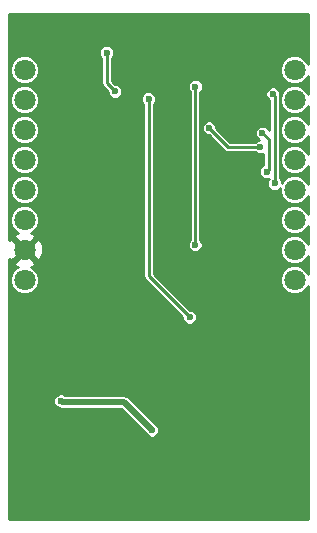
<source format=gbl>
G04 #@! TF.FileFunction,Copper,L4,Bot,Signal*
%FSLAX46Y46*%
G04 Gerber Fmt 4.6, Leading zero omitted, Abs format (unit mm)*
G04 Created by KiCad (PCBNEW 4.0.6) date Tuesday, October 17, 2017 'PMt' 10:40:20 PM*
%MOMM*%
%LPD*%
G01*
G04 APERTURE LIST*
%ADD10C,0.100000*%
%ADD11C,1.800000*%
%ADD12C,0.600000*%
%ADD13C,0.250000*%
%ADD14C,0.500000*%
%ADD15C,0.254000*%
G04 APERTURE END LIST*
D10*
D11*
X151927694Y-116227500D03*
X151927694Y-118767500D03*
X151927694Y-121307500D03*
X151927694Y-123847500D03*
X151927694Y-126387500D03*
X151927694Y-128927500D03*
X151927694Y-131467500D03*
X151927694Y-134007500D03*
X174787694Y-134007500D03*
X174787694Y-131467500D03*
X174787694Y-128927500D03*
X174787694Y-126387500D03*
X174787694Y-123847500D03*
X174787694Y-121307500D03*
X174787694Y-118767500D03*
X174787694Y-116227500D03*
D12*
X162420300Y-118681500D03*
X165887400Y-137172700D03*
X158864300Y-114769900D03*
X159575500Y-118059200D03*
X166357300Y-131038600D03*
X166382700Y-117652800D03*
X171881800Y-122770900D03*
X167525700Y-121145300D03*
X172402500Y-124853700D03*
X172059600Y-121577100D03*
X173088300Y-125844300D03*
X172935900Y-118262400D03*
X161404300Y-152908000D03*
X152628600Y-145046700D03*
X170586400Y-127393700D03*
X156552900Y-127965200D03*
X167576500Y-145707100D03*
X162699700Y-146735800D03*
X154978100Y-144259300D03*
D13*
X162420300Y-133705600D02*
X162420300Y-118681500D01*
X165887400Y-137172700D02*
X162420300Y-133705600D01*
X158864300Y-117348000D02*
X158864300Y-114769900D01*
X159575500Y-118059200D02*
X158864300Y-117348000D01*
X166357300Y-117678200D02*
X166357300Y-131038600D01*
X166382700Y-117652800D02*
X166357300Y-117678200D01*
X169151300Y-122770900D02*
X171881800Y-122770900D01*
X167525700Y-121145300D02*
X169151300Y-122770900D01*
X172593000Y-124663200D02*
X172402500Y-124853700D01*
X172593000Y-122110500D02*
X172593000Y-124663200D01*
X172059600Y-121577100D02*
X172593000Y-122110500D01*
X173088300Y-118414800D02*
X173088300Y-125844300D01*
X172935900Y-118262400D02*
X173088300Y-118414800D01*
X167576500Y-145707100D02*
X170205400Y-143078200D01*
D14*
X160312100Y-144348200D02*
X162699700Y-146735800D01*
X155067000Y-144348200D02*
X160312100Y-144348200D01*
D13*
X154978100Y-144259300D02*
X155067000Y-144348200D01*
D15*
G36*
X175895600Y-115695763D02*
X175828500Y-115533369D01*
X175483641Y-115187907D01*
X175032830Y-115000714D01*
X174544699Y-115000288D01*
X174093563Y-115186694D01*
X173748101Y-115531553D01*
X173560908Y-115982364D01*
X173560482Y-116470495D01*
X173746888Y-116921631D01*
X174091747Y-117267093D01*
X174542558Y-117454286D01*
X175030689Y-117454712D01*
X175481825Y-117268306D01*
X175827287Y-116923447D01*
X175895600Y-116758931D01*
X175895600Y-118235763D01*
X175828500Y-118073369D01*
X175483641Y-117727907D01*
X175032830Y-117540714D01*
X174544699Y-117540288D01*
X174093563Y-117726694D01*
X173748101Y-118071553D01*
X173560908Y-118522364D01*
X173560482Y-119010495D01*
X173746888Y-119461631D01*
X174091747Y-119807093D01*
X174542558Y-119994286D01*
X175030689Y-119994712D01*
X175481825Y-119808306D01*
X175827287Y-119463447D01*
X175895600Y-119298931D01*
X175895600Y-120775763D01*
X175828500Y-120613369D01*
X175483641Y-120267907D01*
X175032830Y-120080714D01*
X174544699Y-120080288D01*
X174093563Y-120266694D01*
X173748101Y-120611553D01*
X173560908Y-121062364D01*
X173560482Y-121550495D01*
X173746888Y-122001631D01*
X174091747Y-122347093D01*
X174542558Y-122534286D01*
X175030689Y-122534712D01*
X175481825Y-122348306D01*
X175827287Y-122003447D01*
X175895600Y-121838931D01*
X175895600Y-123315763D01*
X175828500Y-123153369D01*
X175483641Y-122807907D01*
X175032830Y-122620714D01*
X174544699Y-122620288D01*
X174093563Y-122806694D01*
X173748101Y-123151553D01*
X173560908Y-123602364D01*
X173560482Y-124090495D01*
X173746888Y-124541631D01*
X174091747Y-124887093D01*
X174542558Y-125074286D01*
X175030689Y-125074712D01*
X175481825Y-124888306D01*
X175827287Y-124543447D01*
X175895600Y-124378931D01*
X175895600Y-125855763D01*
X175828500Y-125693369D01*
X175483641Y-125347907D01*
X175032830Y-125160714D01*
X174544699Y-125160288D01*
X174093563Y-125346694D01*
X173748101Y-125691553D01*
X173715365Y-125770390D01*
X173715409Y-125720129D01*
X173620155Y-125489597D01*
X173540300Y-125409602D01*
X173540300Y-118441830D01*
X173562791Y-118387665D01*
X173563009Y-118138229D01*
X173467755Y-117907697D01*
X173291531Y-117731165D01*
X173061165Y-117635509D01*
X172811729Y-117635291D01*
X172581197Y-117730545D01*
X172404665Y-117906769D01*
X172309009Y-118137135D01*
X172308791Y-118386571D01*
X172404045Y-118617103D01*
X172580269Y-118793635D01*
X172636300Y-118816901D01*
X172636300Y-121330930D01*
X172591455Y-121222397D01*
X172415231Y-121045865D01*
X172184865Y-120950209D01*
X171935429Y-120949991D01*
X171704897Y-121045245D01*
X171528365Y-121221469D01*
X171432709Y-121451835D01*
X171432491Y-121701271D01*
X171527745Y-121931803D01*
X171703969Y-122108335D01*
X171789424Y-122143819D01*
X171757629Y-122143791D01*
X171527097Y-122239045D01*
X171447102Y-122318900D01*
X169338525Y-122318900D01*
X168152711Y-121133087D01*
X168152809Y-121021129D01*
X168057555Y-120790597D01*
X167881331Y-120614065D01*
X167650965Y-120518409D01*
X167401529Y-120518191D01*
X167170997Y-120613445D01*
X166994465Y-120789669D01*
X166898809Y-121020035D01*
X166898591Y-121269471D01*
X166993845Y-121500003D01*
X167170069Y-121676535D01*
X167400435Y-121772191D01*
X167513466Y-121772290D01*
X168831688Y-123090513D01*
X168978327Y-123188494D01*
X169151300Y-123222900D01*
X171447072Y-123222900D01*
X171526169Y-123302135D01*
X171756535Y-123397791D01*
X172005971Y-123398009D01*
X172141000Y-123342216D01*
X172141000Y-124283334D01*
X172047797Y-124321845D01*
X171871265Y-124498069D01*
X171775609Y-124728435D01*
X171775391Y-124977871D01*
X171870645Y-125208403D01*
X172046869Y-125384935D01*
X172277235Y-125480591D01*
X172526671Y-125480809D01*
X172591965Y-125453830D01*
X172557065Y-125488669D01*
X172461409Y-125719035D01*
X172461191Y-125968471D01*
X172556445Y-126199003D01*
X172732669Y-126375535D01*
X172963035Y-126471191D01*
X173212471Y-126471409D01*
X173443003Y-126376155D01*
X173560807Y-126258557D01*
X173560482Y-126630495D01*
X173746888Y-127081631D01*
X174091747Y-127427093D01*
X174542558Y-127614286D01*
X175030689Y-127614712D01*
X175481825Y-127428306D01*
X175827287Y-127083447D01*
X175895600Y-126918931D01*
X175895600Y-128395763D01*
X175828500Y-128233369D01*
X175483641Y-127887907D01*
X175032830Y-127700714D01*
X174544699Y-127700288D01*
X174093563Y-127886694D01*
X173748101Y-128231553D01*
X173560908Y-128682364D01*
X173560482Y-129170495D01*
X173746888Y-129621631D01*
X174091747Y-129967093D01*
X174542558Y-130154286D01*
X175030689Y-130154712D01*
X175481825Y-129968306D01*
X175827287Y-129623447D01*
X175895600Y-129458931D01*
X175895600Y-130935763D01*
X175828500Y-130773369D01*
X175483641Y-130427907D01*
X175032830Y-130240714D01*
X174544699Y-130240288D01*
X174093563Y-130426694D01*
X173748101Y-130771553D01*
X173560908Y-131222364D01*
X173560482Y-131710495D01*
X173746888Y-132161631D01*
X174091747Y-132507093D01*
X174542558Y-132694286D01*
X175030689Y-132694712D01*
X175481825Y-132508306D01*
X175827287Y-132163447D01*
X175895600Y-131998931D01*
X175895600Y-133475763D01*
X175828500Y-133313369D01*
X175483641Y-132967907D01*
X175032830Y-132780714D01*
X174544699Y-132780288D01*
X174093563Y-132966694D01*
X173748101Y-133311553D01*
X173560908Y-133762364D01*
X173560482Y-134250495D01*
X173746888Y-134701631D01*
X174091747Y-135047093D01*
X174542558Y-135234286D01*
X175030689Y-135234712D01*
X175481825Y-135048306D01*
X175827287Y-134703447D01*
X175895600Y-134538931D01*
X175895600Y-154242700D01*
X150604400Y-154242700D01*
X150604400Y-144383471D01*
X154350991Y-144383471D01*
X154446245Y-144614003D01*
X154622469Y-144790535D01*
X154852835Y-144886191D01*
X154870971Y-144886207D01*
X155067000Y-144925200D01*
X160073098Y-144925200D01*
X162118163Y-146970264D01*
X162167845Y-147090503D01*
X162344069Y-147267035D01*
X162574435Y-147362691D01*
X162823871Y-147362909D01*
X163054403Y-147267655D01*
X163230935Y-147091431D01*
X163326591Y-146861065D01*
X163326809Y-146611629D01*
X163231555Y-146381097D01*
X163055331Y-146204565D01*
X162934146Y-146154245D01*
X160720101Y-143940199D01*
X160532908Y-143815122D01*
X160312100Y-143771199D01*
X160312095Y-143771200D01*
X155376791Y-143771200D01*
X155333731Y-143728065D01*
X155103365Y-143632409D01*
X154853929Y-143632191D01*
X154623397Y-143727445D01*
X154446865Y-143903669D01*
X154351209Y-144134035D01*
X154350991Y-144383471D01*
X150604400Y-144383471D01*
X150604400Y-134250495D01*
X150700482Y-134250495D01*
X150886888Y-134701631D01*
X151231747Y-135047093D01*
X151682558Y-135234286D01*
X152170689Y-135234712D01*
X152621825Y-135048306D01*
X152967287Y-134703447D01*
X153154480Y-134252636D01*
X153154906Y-133764505D01*
X152968500Y-133313369D01*
X152623641Y-132967907D01*
X152485232Y-132910435D01*
X152741842Y-132804143D01*
X152828248Y-132547659D01*
X151927694Y-131647105D01*
X151027140Y-132547659D01*
X151113546Y-132804143D01*
X151385853Y-132903769D01*
X151233563Y-132966694D01*
X150888101Y-133311553D01*
X150700908Y-133762364D01*
X150700482Y-134250495D01*
X150604400Y-134250495D01*
X150604400Y-132286145D01*
X150847535Y-132368054D01*
X151748089Y-131467500D01*
X152107299Y-131467500D01*
X153007853Y-132368054D01*
X153264337Y-132281648D01*
X153474152Y-131708164D01*
X153448533Y-131098040D01*
X153264337Y-130653352D01*
X153007853Y-130566946D01*
X152107299Y-131467500D01*
X151748089Y-131467500D01*
X150847535Y-130566946D01*
X150604400Y-130648855D01*
X150604400Y-129170495D01*
X150700482Y-129170495D01*
X150886888Y-129621631D01*
X151231747Y-129967093D01*
X151370156Y-130024565D01*
X151113546Y-130130857D01*
X151027140Y-130387341D01*
X151927694Y-131287895D01*
X152828248Y-130387341D01*
X152741842Y-130130857D01*
X152469535Y-130031231D01*
X152621825Y-129968306D01*
X152967287Y-129623447D01*
X153154480Y-129172636D01*
X153154906Y-128684505D01*
X152968500Y-128233369D01*
X152623641Y-127887907D01*
X152172830Y-127700714D01*
X151684699Y-127700288D01*
X151233563Y-127886694D01*
X150888101Y-128231553D01*
X150700908Y-128682364D01*
X150700482Y-129170495D01*
X150604400Y-129170495D01*
X150604400Y-126630495D01*
X150700482Y-126630495D01*
X150886888Y-127081631D01*
X151231747Y-127427093D01*
X151682558Y-127614286D01*
X152170689Y-127614712D01*
X152621825Y-127428306D01*
X152967287Y-127083447D01*
X153154480Y-126632636D01*
X153154906Y-126144505D01*
X152968500Y-125693369D01*
X152623641Y-125347907D01*
X152172830Y-125160714D01*
X151684699Y-125160288D01*
X151233563Y-125346694D01*
X150888101Y-125691553D01*
X150700908Y-126142364D01*
X150700482Y-126630495D01*
X150604400Y-126630495D01*
X150604400Y-124090495D01*
X150700482Y-124090495D01*
X150886888Y-124541631D01*
X151231747Y-124887093D01*
X151682558Y-125074286D01*
X152170689Y-125074712D01*
X152621825Y-124888306D01*
X152967287Y-124543447D01*
X153154480Y-124092636D01*
X153154906Y-123604505D01*
X152968500Y-123153369D01*
X152623641Y-122807907D01*
X152172830Y-122620714D01*
X151684699Y-122620288D01*
X151233563Y-122806694D01*
X150888101Y-123151553D01*
X150700908Y-123602364D01*
X150700482Y-124090495D01*
X150604400Y-124090495D01*
X150604400Y-121550495D01*
X150700482Y-121550495D01*
X150886888Y-122001631D01*
X151231747Y-122347093D01*
X151682558Y-122534286D01*
X152170689Y-122534712D01*
X152621825Y-122348306D01*
X152967287Y-122003447D01*
X153154480Y-121552636D01*
X153154906Y-121064505D01*
X152968500Y-120613369D01*
X152623641Y-120267907D01*
X152172830Y-120080714D01*
X151684699Y-120080288D01*
X151233563Y-120266694D01*
X150888101Y-120611553D01*
X150700908Y-121062364D01*
X150700482Y-121550495D01*
X150604400Y-121550495D01*
X150604400Y-119010495D01*
X150700482Y-119010495D01*
X150886888Y-119461631D01*
X151231747Y-119807093D01*
X151682558Y-119994286D01*
X152170689Y-119994712D01*
X152621825Y-119808306D01*
X152967287Y-119463447D01*
X153154480Y-119012636D01*
X153154660Y-118805671D01*
X161793191Y-118805671D01*
X161888445Y-119036203D01*
X161968300Y-119116198D01*
X161968300Y-133705600D01*
X162002706Y-133878573D01*
X162100688Y-134025212D01*
X165260389Y-137184913D01*
X165260291Y-137296871D01*
X165355545Y-137527403D01*
X165531769Y-137703935D01*
X165762135Y-137799591D01*
X166011571Y-137799809D01*
X166242103Y-137704555D01*
X166418635Y-137528331D01*
X166514291Y-137297965D01*
X166514509Y-137048529D01*
X166419255Y-136817997D01*
X166243031Y-136641465D01*
X166012665Y-136545809D01*
X165899634Y-136545710D01*
X162872300Y-133518376D01*
X162872300Y-131162771D01*
X165730191Y-131162771D01*
X165825445Y-131393303D01*
X166001669Y-131569835D01*
X166232035Y-131665491D01*
X166481471Y-131665709D01*
X166712003Y-131570455D01*
X166888535Y-131394231D01*
X166984191Y-131163865D01*
X166984409Y-130914429D01*
X166889155Y-130683897D01*
X166809300Y-130603902D01*
X166809300Y-118112883D01*
X166913935Y-118008431D01*
X167009591Y-117778065D01*
X167009809Y-117528629D01*
X166914555Y-117298097D01*
X166738331Y-117121565D01*
X166507965Y-117025909D01*
X166258529Y-117025691D01*
X166027997Y-117120945D01*
X165851465Y-117297169D01*
X165755809Y-117527535D01*
X165755591Y-117776971D01*
X165850845Y-118007503D01*
X165905300Y-118062053D01*
X165905300Y-130603872D01*
X165826065Y-130682969D01*
X165730409Y-130913335D01*
X165730191Y-131162771D01*
X162872300Y-131162771D01*
X162872300Y-119116228D01*
X162951535Y-119037131D01*
X163047191Y-118806765D01*
X163047409Y-118557329D01*
X162952155Y-118326797D01*
X162775931Y-118150265D01*
X162545565Y-118054609D01*
X162296129Y-118054391D01*
X162065597Y-118149645D01*
X161889065Y-118325869D01*
X161793409Y-118556235D01*
X161793191Y-118805671D01*
X153154660Y-118805671D01*
X153154906Y-118524505D01*
X152968500Y-118073369D01*
X152623641Y-117727907D01*
X152172830Y-117540714D01*
X151684699Y-117540288D01*
X151233563Y-117726694D01*
X150888101Y-118071553D01*
X150700908Y-118522364D01*
X150700482Y-119010495D01*
X150604400Y-119010495D01*
X150604400Y-116470495D01*
X150700482Y-116470495D01*
X150886888Y-116921631D01*
X151231747Y-117267093D01*
X151682558Y-117454286D01*
X152170689Y-117454712D01*
X152621825Y-117268306D01*
X152967287Y-116923447D01*
X153154480Y-116472636D01*
X153154906Y-115984505D01*
X152968500Y-115533369D01*
X152623641Y-115187907D01*
X152172830Y-115000714D01*
X151684699Y-115000288D01*
X151233563Y-115186694D01*
X150888101Y-115531553D01*
X150700908Y-115982364D01*
X150700482Y-116470495D01*
X150604400Y-116470495D01*
X150604400Y-114894071D01*
X158237191Y-114894071D01*
X158332445Y-115124603D01*
X158412300Y-115204598D01*
X158412300Y-117348000D01*
X158446706Y-117520973D01*
X158544688Y-117667612D01*
X158948489Y-118071413D01*
X158948391Y-118183371D01*
X159043645Y-118413903D01*
X159219869Y-118590435D01*
X159450235Y-118686091D01*
X159699671Y-118686309D01*
X159930203Y-118591055D01*
X160106735Y-118414831D01*
X160202391Y-118184465D01*
X160202609Y-117935029D01*
X160107355Y-117704497D01*
X159931131Y-117527965D01*
X159700765Y-117432309D01*
X159587734Y-117432210D01*
X159316300Y-117160776D01*
X159316300Y-115204628D01*
X159395535Y-115125531D01*
X159491191Y-114895165D01*
X159491409Y-114645729D01*
X159396155Y-114415197D01*
X159219931Y-114238665D01*
X158989565Y-114143009D01*
X158740129Y-114142791D01*
X158509597Y-114238045D01*
X158333065Y-114414269D01*
X158237409Y-114644635D01*
X158237191Y-114894071D01*
X150604400Y-114894071D01*
X150604400Y-111479400D01*
X175895600Y-111479400D01*
X175895600Y-115695763D01*
X175895600Y-115695763D01*
G37*
X175895600Y-115695763D02*
X175828500Y-115533369D01*
X175483641Y-115187907D01*
X175032830Y-115000714D01*
X174544699Y-115000288D01*
X174093563Y-115186694D01*
X173748101Y-115531553D01*
X173560908Y-115982364D01*
X173560482Y-116470495D01*
X173746888Y-116921631D01*
X174091747Y-117267093D01*
X174542558Y-117454286D01*
X175030689Y-117454712D01*
X175481825Y-117268306D01*
X175827287Y-116923447D01*
X175895600Y-116758931D01*
X175895600Y-118235763D01*
X175828500Y-118073369D01*
X175483641Y-117727907D01*
X175032830Y-117540714D01*
X174544699Y-117540288D01*
X174093563Y-117726694D01*
X173748101Y-118071553D01*
X173560908Y-118522364D01*
X173560482Y-119010495D01*
X173746888Y-119461631D01*
X174091747Y-119807093D01*
X174542558Y-119994286D01*
X175030689Y-119994712D01*
X175481825Y-119808306D01*
X175827287Y-119463447D01*
X175895600Y-119298931D01*
X175895600Y-120775763D01*
X175828500Y-120613369D01*
X175483641Y-120267907D01*
X175032830Y-120080714D01*
X174544699Y-120080288D01*
X174093563Y-120266694D01*
X173748101Y-120611553D01*
X173560908Y-121062364D01*
X173560482Y-121550495D01*
X173746888Y-122001631D01*
X174091747Y-122347093D01*
X174542558Y-122534286D01*
X175030689Y-122534712D01*
X175481825Y-122348306D01*
X175827287Y-122003447D01*
X175895600Y-121838931D01*
X175895600Y-123315763D01*
X175828500Y-123153369D01*
X175483641Y-122807907D01*
X175032830Y-122620714D01*
X174544699Y-122620288D01*
X174093563Y-122806694D01*
X173748101Y-123151553D01*
X173560908Y-123602364D01*
X173560482Y-124090495D01*
X173746888Y-124541631D01*
X174091747Y-124887093D01*
X174542558Y-125074286D01*
X175030689Y-125074712D01*
X175481825Y-124888306D01*
X175827287Y-124543447D01*
X175895600Y-124378931D01*
X175895600Y-125855763D01*
X175828500Y-125693369D01*
X175483641Y-125347907D01*
X175032830Y-125160714D01*
X174544699Y-125160288D01*
X174093563Y-125346694D01*
X173748101Y-125691553D01*
X173715365Y-125770390D01*
X173715409Y-125720129D01*
X173620155Y-125489597D01*
X173540300Y-125409602D01*
X173540300Y-118441830D01*
X173562791Y-118387665D01*
X173563009Y-118138229D01*
X173467755Y-117907697D01*
X173291531Y-117731165D01*
X173061165Y-117635509D01*
X172811729Y-117635291D01*
X172581197Y-117730545D01*
X172404665Y-117906769D01*
X172309009Y-118137135D01*
X172308791Y-118386571D01*
X172404045Y-118617103D01*
X172580269Y-118793635D01*
X172636300Y-118816901D01*
X172636300Y-121330930D01*
X172591455Y-121222397D01*
X172415231Y-121045865D01*
X172184865Y-120950209D01*
X171935429Y-120949991D01*
X171704897Y-121045245D01*
X171528365Y-121221469D01*
X171432709Y-121451835D01*
X171432491Y-121701271D01*
X171527745Y-121931803D01*
X171703969Y-122108335D01*
X171789424Y-122143819D01*
X171757629Y-122143791D01*
X171527097Y-122239045D01*
X171447102Y-122318900D01*
X169338525Y-122318900D01*
X168152711Y-121133087D01*
X168152809Y-121021129D01*
X168057555Y-120790597D01*
X167881331Y-120614065D01*
X167650965Y-120518409D01*
X167401529Y-120518191D01*
X167170997Y-120613445D01*
X166994465Y-120789669D01*
X166898809Y-121020035D01*
X166898591Y-121269471D01*
X166993845Y-121500003D01*
X167170069Y-121676535D01*
X167400435Y-121772191D01*
X167513466Y-121772290D01*
X168831688Y-123090513D01*
X168978327Y-123188494D01*
X169151300Y-123222900D01*
X171447072Y-123222900D01*
X171526169Y-123302135D01*
X171756535Y-123397791D01*
X172005971Y-123398009D01*
X172141000Y-123342216D01*
X172141000Y-124283334D01*
X172047797Y-124321845D01*
X171871265Y-124498069D01*
X171775609Y-124728435D01*
X171775391Y-124977871D01*
X171870645Y-125208403D01*
X172046869Y-125384935D01*
X172277235Y-125480591D01*
X172526671Y-125480809D01*
X172591965Y-125453830D01*
X172557065Y-125488669D01*
X172461409Y-125719035D01*
X172461191Y-125968471D01*
X172556445Y-126199003D01*
X172732669Y-126375535D01*
X172963035Y-126471191D01*
X173212471Y-126471409D01*
X173443003Y-126376155D01*
X173560807Y-126258557D01*
X173560482Y-126630495D01*
X173746888Y-127081631D01*
X174091747Y-127427093D01*
X174542558Y-127614286D01*
X175030689Y-127614712D01*
X175481825Y-127428306D01*
X175827287Y-127083447D01*
X175895600Y-126918931D01*
X175895600Y-128395763D01*
X175828500Y-128233369D01*
X175483641Y-127887907D01*
X175032830Y-127700714D01*
X174544699Y-127700288D01*
X174093563Y-127886694D01*
X173748101Y-128231553D01*
X173560908Y-128682364D01*
X173560482Y-129170495D01*
X173746888Y-129621631D01*
X174091747Y-129967093D01*
X174542558Y-130154286D01*
X175030689Y-130154712D01*
X175481825Y-129968306D01*
X175827287Y-129623447D01*
X175895600Y-129458931D01*
X175895600Y-130935763D01*
X175828500Y-130773369D01*
X175483641Y-130427907D01*
X175032830Y-130240714D01*
X174544699Y-130240288D01*
X174093563Y-130426694D01*
X173748101Y-130771553D01*
X173560908Y-131222364D01*
X173560482Y-131710495D01*
X173746888Y-132161631D01*
X174091747Y-132507093D01*
X174542558Y-132694286D01*
X175030689Y-132694712D01*
X175481825Y-132508306D01*
X175827287Y-132163447D01*
X175895600Y-131998931D01*
X175895600Y-133475763D01*
X175828500Y-133313369D01*
X175483641Y-132967907D01*
X175032830Y-132780714D01*
X174544699Y-132780288D01*
X174093563Y-132966694D01*
X173748101Y-133311553D01*
X173560908Y-133762364D01*
X173560482Y-134250495D01*
X173746888Y-134701631D01*
X174091747Y-135047093D01*
X174542558Y-135234286D01*
X175030689Y-135234712D01*
X175481825Y-135048306D01*
X175827287Y-134703447D01*
X175895600Y-134538931D01*
X175895600Y-154242700D01*
X150604400Y-154242700D01*
X150604400Y-144383471D01*
X154350991Y-144383471D01*
X154446245Y-144614003D01*
X154622469Y-144790535D01*
X154852835Y-144886191D01*
X154870971Y-144886207D01*
X155067000Y-144925200D01*
X160073098Y-144925200D01*
X162118163Y-146970264D01*
X162167845Y-147090503D01*
X162344069Y-147267035D01*
X162574435Y-147362691D01*
X162823871Y-147362909D01*
X163054403Y-147267655D01*
X163230935Y-147091431D01*
X163326591Y-146861065D01*
X163326809Y-146611629D01*
X163231555Y-146381097D01*
X163055331Y-146204565D01*
X162934146Y-146154245D01*
X160720101Y-143940199D01*
X160532908Y-143815122D01*
X160312100Y-143771199D01*
X160312095Y-143771200D01*
X155376791Y-143771200D01*
X155333731Y-143728065D01*
X155103365Y-143632409D01*
X154853929Y-143632191D01*
X154623397Y-143727445D01*
X154446865Y-143903669D01*
X154351209Y-144134035D01*
X154350991Y-144383471D01*
X150604400Y-144383471D01*
X150604400Y-134250495D01*
X150700482Y-134250495D01*
X150886888Y-134701631D01*
X151231747Y-135047093D01*
X151682558Y-135234286D01*
X152170689Y-135234712D01*
X152621825Y-135048306D01*
X152967287Y-134703447D01*
X153154480Y-134252636D01*
X153154906Y-133764505D01*
X152968500Y-133313369D01*
X152623641Y-132967907D01*
X152485232Y-132910435D01*
X152741842Y-132804143D01*
X152828248Y-132547659D01*
X151927694Y-131647105D01*
X151027140Y-132547659D01*
X151113546Y-132804143D01*
X151385853Y-132903769D01*
X151233563Y-132966694D01*
X150888101Y-133311553D01*
X150700908Y-133762364D01*
X150700482Y-134250495D01*
X150604400Y-134250495D01*
X150604400Y-132286145D01*
X150847535Y-132368054D01*
X151748089Y-131467500D01*
X152107299Y-131467500D01*
X153007853Y-132368054D01*
X153264337Y-132281648D01*
X153474152Y-131708164D01*
X153448533Y-131098040D01*
X153264337Y-130653352D01*
X153007853Y-130566946D01*
X152107299Y-131467500D01*
X151748089Y-131467500D01*
X150847535Y-130566946D01*
X150604400Y-130648855D01*
X150604400Y-129170495D01*
X150700482Y-129170495D01*
X150886888Y-129621631D01*
X151231747Y-129967093D01*
X151370156Y-130024565D01*
X151113546Y-130130857D01*
X151027140Y-130387341D01*
X151927694Y-131287895D01*
X152828248Y-130387341D01*
X152741842Y-130130857D01*
X152469535Y-130031231D01*
X152621825Y-129968306D01*
X152967287Y-129623447D01*
X153154480Y-129172636D01*
X153154906Y-128684505D01*
X152968500Y-128233369D01*
X152623641Y-127887907D01*
X152172830Y-127700714D01*
X151684699Y-127700288D01*
X151233563Y-127886694D01*
X150888101Y-128231553D01*
X150700908Y-128682364D01*
X150700482Y-129170495D01*
X150604400Y-129170495D01*
X150604400Y-126630495D01*
X150700482Y-126630495D01*
X150886888Y-127081631D01*
X151231747Y-127427093D01*
X151682558Y-127614286D01*
X152170689Y-127614712D01*
X152621825Y-127428306D01*
X152967287Y-127083447D01*
X153154480Y-126632636D01*
X153154906Y-126144505D01*
X152968500Y-125693369D01*
X152623641Y-125347907D01*
X152172830Y-125160714D01*
X151684699Y-125160288D01*
X151233563Y-125346694D01*
X150888101Y-125691553D01*
X150700908Y-126142364D01*
X150700482Y-126630495D01*
X150604400Y-126630495D01*
X150604400Y-124090495D01*
X150700482Y-124090495D01*
X150886888Y-124541631D01*
X151231747Y-124887093D01*
X151682558Y-125074286D01*
X152170689Y-125074712D01*
X152621825Y-124888306D01*
X152967287Y-124543447D01*
X153154480Y-124092636D01*
X153154906Y-123604505D01*
X152968500Y-123153369D01*
X152623641Y-122807907D01*
X152172830Y-122620714D01*
X151684699Y-122620288D01*
X151233563Y-122806694D01*
X150888101Y-123151553D01*
X150700908Y-123602364D01*
X150700482Y-124090495D01*
X150604400Y-124090495D01*
X150604400Y-121550495D01*
X150700482Y-121550495D01*
X150886888Y-122001631D01*
X151231747Y-122347093D01*
X151682558Y-122534286D01*
X152170689Y-122534712D01*
X152621825Y-122348306D01*
X152967287Y-122003447D01*
X153154480Y-121552636D01*
X153154906Y-121064505D01*
X152968500Y-120613369D01*
X152623641Y-120267907D01*
X152172830Y-120080714D01*
X151684699Y-120080288D01*
X151233563Y-120266694D01*
X150888101Y-120611553D01*
X150700908Y-121062364D01*
X150700482Y-121550495D01*
X150604400Y-121550495D01*
X150604400Y-119010495D01*
X150700482Y-119010495D01*
X150886888Y-119461631D01*
X151231747Y-119807093D01*
X151682558Y-119994286D01*
X152170689Y-119994712D01*
X152621825Y-119808306D01*
X152967287Y-119463447D01*
X153154480Y-119012636D01*
X153154660Y-118805671D01*
X161793191Y-118805671D01*
X161888445Y-119036203D01*
X161968300Y-119116198D01*
X161968300Y-133705600D01*
X162002706Y-133878573D01*
X162100688Y-134025212D01*
X165260389Y-137184913D01*
X165260291Y-137296871D01*
X165355545Y-137527403D01*
X165531769Y-137703935D01*
X165762135Y-137799591D01*
X166011571Y-137799809D01*
X166242103Y-137704555D01*
X166418635Y-137528331D01*
X166514291Y-137297965D01*
X166514509Y-137048529D01*
X166419255Y-136817997D01*
X166243031Y-136641465D01*
X166012665Y-136545809D01*
X165899634Y-136545710D01*
X162872300Y-133518376D01*
X162872300Y-131162771D01*
X165730191Y-131162771D01*
X165825445Y-131393303D01*
X166001669Y-131569835D01*
X166232035Y-131665491D01*
X166481471Y-131665709D01*
X166712003Y-131570455D01*
X166888535Y-131394231D01*
X166984191Y-131163865D01*
X166984409Y-130914429D01*
X166889155Y-130683897D01*
X166809300Y-130603902D01*
X166809300Y-118112883D01*
X166913935Y-118008431D01*
X167009591Y-117778065D01*
X167009809Y-117528629D01*
X166914555Y-117298097D01*
X166738331Y-117121565D01*
X166507965Y-117025909D01*
X166258529Y-117025691D01*
X166027997Y-117120945D01*
X165851465Y-117297169D01*
X165755809Y-117527535D01*
X165755591Y-117776971D01*
X165850845Y-118007503D01*
X165905300Y-118062053D01*
X165905300Y-130603872D01*
X165826065Y-130682969D01*
X165730409Y-130913335D01*
X165730191Y-131162771D01*
X162872300Y-131162771D01*
X162872300Y-119116228D01*
X162951535Y-119037131D01*
X163047191Y-118806765D01*
X163047409Y-118557329D01*
X162952155Y-118326797D01*
X162775931Y-118150265D01*
X162545565Y-118054609D01*
X162296129Y-118054391D01*
X162065597Y-118149645D01*
X161889065Y-118325869D01*
X161793409Y-118556235D01*
X161793191Y-118805671D01*
X153154660Y-118805671D01*
X153154906Y-118524505D01*
X152968500Y-118073369D01*
X152623641Y-117727907D01*
X152172830Y-117540714D01*
X151684699Y-117540288D01*
X151233563Y-117726694D01*
X150888101Y-118071553D01*
X150700908Y-118522364D01*
X150700482Y-119010495D01*
X150604400Y-119010495D01*
X150604400Y-116470495D01*
X150700482Y-116470495D01*
X150886888Y-116921631D01*
X151231747Y-117267093D01*
X151682558Y-117454286D01*
X152170689Y-117454712D01*
X152621825Y-117268306D01*
X152967287Y-116923447D01*
X153154480Y-116472636D01*
X153154906Y-115984505D01*
X152968500Y-115533369D01*
X152623641Y-115187907D01*
X152172830Y-115000714D01*
X151684699Y-115000288D01*
X151233563Y-115186694D01*
X150888101Y-115531553D01*
X150700908Y-115982364D01*
X150700482Y-116470495D01*
X150604400Y-116470495D01*
X150604400Y-114894071D01*
X158237191Y-114894071D01*
X158332445Y-115124603D01*
X158412300Y-115204598D01*
X158412300Y-117348000D01*
X158446706Y-117520973D01*
X158544688Y-117667612D01*
X158948489Y-118071413D01*
X158948391Y-118183371D01*
X159043645Y-118413903D01*
X159219869Y-118590435D01*
X159450235Y-118686091D01*
X159699671Y-118686309D01*
X159930203Y-118591055D01*
X160106735Y-118414831D01*
X160202391Y-118184465D01*
X160202609Y-117935029D01*
X160107355Y-117704497D01*
X159931131Y-117527965D01*
X159700765Y-117432309D01*
X159587734Y-117432210D01*
X159316300Y-117160776D01*
X159316300Y-115204628D01*
X159395535Y-115125531D01*
X159491191Y-114895165D01*
X159491409Y-114645729D01*
X159396155Y-114415197D01*
X159219931Y-114238665D01*
X158989565Y-114143009D01*
X158740129Y-114142791D01*
X158509597Y-114238045D01*
X158333065Y-114414269D01*
X158237409Y-114644635D01*
X158237191Y-114894071D01*
X150604400Y-114894071D01*
X150604400Y-111479400D01*
X175895600Y-111479400D01*
X175895600Y-115695763D01*
M02*

</source>
